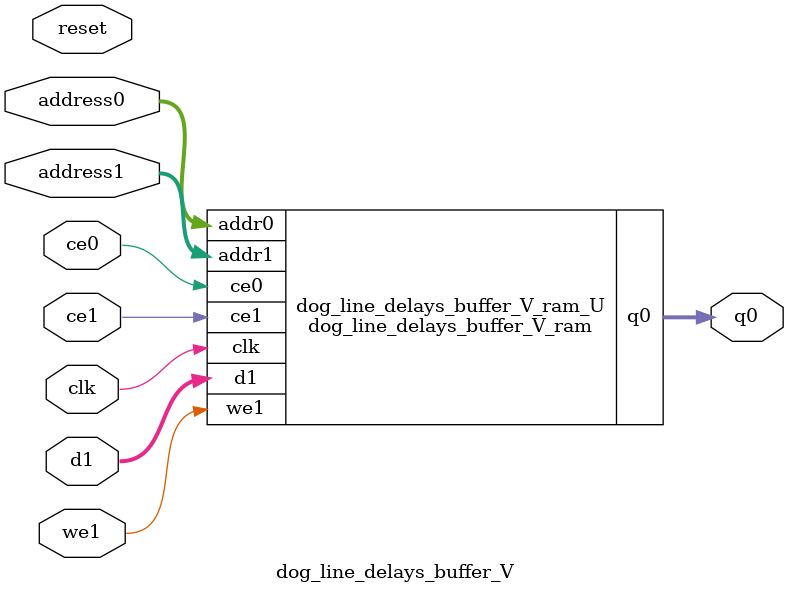
<source format=v>

`timescale 1 ns / 1 ps
module dog_line_delays_buffer_V_ram (addr0, ce0, q0, addr1, ce1, d1, we1,  clk);

parameter DWIDTH = 8;
parameter AWIDTH = 12;
parameter MEM_SIZE = 3072;

input[AWIDTH-1:0] addr0;
input ce0;
output reg[DWIDTH-1:0] q0;
input[AWIDTH-1:0] addr1;
input ce1;
input[DWIDTH-1:0] d1;
input we1;
input clk;

(* ram_style = "block" *)reg [DWIDTH-1:0] ram[MEM_SIZE-1:0];




always @(posedge clk)  
begin 
    if (ce0) 
    begin
            q0 <= ram[addr0];
    end
end


always @(posedge clk)  
begin 
    if (ce1) 
    begin
        if (we1) 
        begin 
            ram[addr1] <= d1; 
        end 
    end
end


endmodule


`timescale 1 ns / 1 ps
module dog_line_delays_buffer_V(
    reset,
    clk,
    address0,
    ce0,
    q0,
    address1,
    ce1,
    we1,
    d1);

parameter DataWidth = 32'd8;
parameter AddressRange = 32'd3072;
parameter AddressWidth = 32'd12;
input reset;
input clk;
input[AddressWidth - 1:0] address0;
input ce0;
output[DataWidth - 1:0] q0;
input[AddressWidth - 1:0] address1;
input ce1;
input we1;
input[DataWidth - 1:0] d1;



dog_line_delays_buffer_V_ram dog_line_delays_buffer_V_ram_U(
    .clk( clk ),
    .addr0( address0 ),
    .ce0( ce0 ),
    .q0( q0 ),
    .addr1( address1 ),
    .ce1( ce1 ),
    .d1( d1 ),
    .we1( we1 ));

endmodule


</source>
